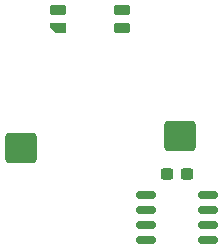
<source format=gtp>
G04 #@! TF.GenerationSoftware,KiCad,Pcbnew,8.0.5+dfsg-1*
G04 #@! TF.CreationDate,2024-10-30T23:38:13+01:00*
G04 #@! TF.ProjectId,raddr,72616464-722e-46b6-9963-61645f706362,rev?*
G04 #@! TF.SameCoordinates,Original*
G04 #@! TF.FileFunction,Paste,Top*
G04 #@! TF.FilePolarity,Positive*
%FSLAX46Y46*%
G04 Gerber Fmt 4.6, Leading zero omitted, Abs format (unit mm)*
G04 Created by KiCad (PCBNEW 8.0.5+dfsg-1) date 2024-10-30 23:38:13*
%MOMM*%
%LPD*%
G01*
G04 APERTURE LIST*
G04 Aperture macros list*
%AMRoundRect*
0 Rectangle with rounded corners*
0 $1 Rounding radius*
0 $2 $3 $4 $5 $6 $7 $8 $9 X,Y pos of 4 corners*
0 Add a 4 corners polygon primitive as box body*
4,1,4,$2,$3,$4,$5,$6,$7,$8,$9,$2,$3,0*
0 Add four circle primitives for the rounded corners*
1,1,$1+$1,$2,$3*
1,1,$1+$1,$4,$5*
1,1,$1+$1,$6,$7*
1,1,$1+$1,$8,$9*
0 Add four rect primitives between the rounded corners*
20,1,$1+$1,$2,$3,$4,$5,0*
20,1,$1+$1,$4,$5,$6,$7,0*
20,1,$1+$1,$6,$7,$8,$9,0*
20,1,$1+$1,$8,$9,$2,$3,0*%
%AMFreePoly0*
4,1,18,-0.410000,0.265000,0.000000,0.675000,0.328000,0.675000,0.359380,0.668758,0.385983,0.650983,0.403758,0.624380,0.410000,0.593000,0.410000,-0.593000,0.403758,-0.624380,0.385983,-0.650983,0.359380,-0.668758,0.328000,-0.675000,-0.328000,-0.675000,-0.359380,-0.668758,-0.385983,-0.650983,-0.403758,-0.624380,-0.410000,-0.593000,-0.410000,0.265000,-0.410000,0.265000,$1*%
G04 Aperture macros list end*
%ADD10RoundRect,0.082000X0.593000X-0.328000X0.593000X0.328000X-0.593000X0.328000X-0.593000X-0.328000X0*%
%ADD11FreePoly0,90.000000*%
%ADD12RoundRect,0.150000X-0.675000X-0.150000X0.675000X-0.150000X0.675000X0.150000X-0.675000X0.150000X0*%
%ADD13RoundRect,0.255000X-1.070000X-1.020000X1.070000X-1.020000X1.070000X1.020000X-1.070000X1.020000X0*%
%ADD14RoundRect,0.237500X-0.300000X-0.237500X0.300000X-0.237500X0.300000X0.237500X-0.300000X0.237500X0*%
G04 APERTURE END LIST*
D10*
X11615000Y826200D03*
X11615000Y-673800D03*
X6165000Y826200D03*
D11*
X6165000Y-673800D03*
D12*
X13596800Y-14774800D03*
X13596800Y-16044800D03*
X13596800Y-17314800D03*
X13596800Y-18584800D03*
X18846800Y-18584800D03*
X18846800Y-17314800D03*
X18846800Y-16044800D03*
X18846800Y-14774800D03*
D13*
X16535000Y-9780000D03*
X3045000Y-10830000D03*
D14*
X15391100Y-13021000D03*
X17116100Y-13021000D03*
M02*

</source>
